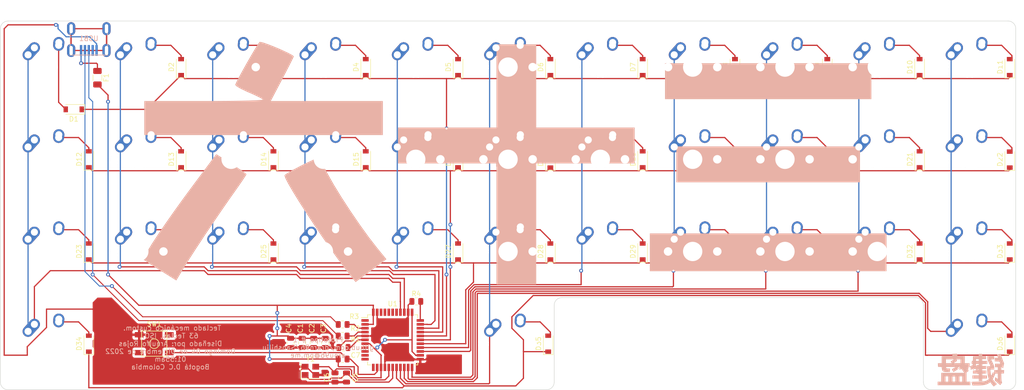
<source format=kicad_pcb>
(kicad_pcb (version 20211014) (generator pcbnew)
  (layers (0 "F.Cu" signal) (31 "B.Cu" signal) (34 "B.Paste" user) (35 "F.Paste" user) (36 "B.SilkS" user "B.Silkscreen") (37 "F.SilkS" user "F.Silkscreen") (38 "B.Mask" user) (39 "F.Mask" user) (44 "Edge.Cuts" user))
  (net 0 "")
  (net 1 "+5V")
  (net 2 "GND")
  (net 3 "Net-(C5-Pad2)")
  (net 4 "Net-(C6-Pad2)")
  (net 5 "Net-(C7-Pad1)")
  (net 6 "/ROW0")
  (net 7 "Net-(D1-Pad2)")
  (net 8 "Net-(D2-Pad2)")
  (net 9 "Net-(D3-Pad2)")
  (net 10 "Net-(D4-Pad2)")
  (net 11 "Net-(D5-Pad2)")
  (net 12 "Net-(D6-Pad2)")
  (net 13 "Net-(D7-Pad2)")
  (net 14 "Net-(D8-Pad2)")
  (net 15 "Net-(D9-Pad2)")
  (net 16 "Net-(D10-Pad2)")
  (net 17 "Net-(D11-Pad2)")
  (net 18 "/ROW1")
  (net 19 "Net-(D12-Pad2)")
  (net 20 "Net-(D13-Pad2)")
  (net 21 "Net-(D14-Pad2)")
  (net 22 "Net-(D15-Pad2)")
  (net 23 "Net-(D16-Pad2)")
  (net 24 "Net-(D17-Pad2)")
  (net 25 "Net-(D18-Pad2)")
  (net 26 "Net-(D19-Pad2)")
  (net 27 "Net-(D20-Pad2)")
  (net 28 "Net-(D21-Pad2)")
  (net 29 "Net-(D22-Pad2)")
  (net 30 "/ROW2")
  (net 31 "Net-(D23-Pad2)")
  (net 32 "Net-(D24-Pad2)")
  (net 33 "Net-(D25-Pad2)")
  (net 34 "Net-(D26-Pad2)")
  (net 35 "Net-(D27-Pad2)")
  (net 36 "Net-(D28-Pad2)")
  (net 37 "Net-(D29-Pad2)")
  (net 38 "Net-(D30-Pad2)")
  (net 39 "Net-(D31-Pad2)")
  (net 40 "Net-(D32-Pad2)")
  (net 41 "Net-(D33-Pad2)")
  (net 42 "/ROW3")
  (net 43 "Net-(D34-Pad2)")
  (net 44 "Net-(D35-Pad2)")
  (net 45 "Net-(D36-Pad2)")
  (net 46 "VCC")
  (net 47 "/COL0")
  (net 48 "/COL1")
  (net 49 "/COL2")
  (net 50 "/COL3")
  (net 51 "/COL4")
  (net 52 "/COL5")
  (net 53 "/COL6")
  (net 54 "/COL7")
  (net 55 "/COL8")
  (net 56 "/COL9")
  (net 57 "/COL10")
  (net 58 "Net-(R1-Pad2)")
  (net 59 "/D+")
  (net 60 "Net-(R2-Pad2)")
  (net 61 "/D-")
  (net 62 "Net-(R3-Pad2)")
  (net 63 "Net-(R4-Pad1)")
  (net 70 "unconnected-(USB1-Pad6)")
  (footprint "MX_Alps_Hybrid:MX-1U-NoLED" (layer "F.Cu") (at 27.78125 88.10625)
    (fp_text reference "MX34")
    (fp_text value "MX-NoLED")
  )
  (footprint "MX_Alps_Hybrid:MX-1U-NoLED" (layer "F.Cu") (at 142.08125 69.05625)
    (fp_text reference "MX29")
    (fp_text value "MX-NoLED")
  )
  (footprint "Diode_SMD:D_SOD-123" (layer "F.Cu") (at 93.6625 50.00625 90)
    (fp_text reference "D15")
    (fp_text value "D_Small")
  )
  (footprint "MX_Alps_Hybrid:MX-1U-NoLED" (layer "F.Cu") (at 123.03125 50.00625)
    (fp_text reference "MX17")
    (fp_text value "MX-NoLED")
  )
  (footprint "Diode_SMD:D_SOD-123" (layer "F.Cu") (at 93.6625 30.95625 90)
    (fp_text reference "D4")
    (fp_text value "D_Small")
  )
  (footprint "Diode_SMD:D_SOD-123" (layer "F.Cu") (at 33.4 39.6875 180)
    (fp_text reference "D1")
    (fp_text value "D_Small")
  )
  (footprint "MX_Alps_Hybrid:MX-1U-NoLED" (layer "F.Cu") (at 161.13125 30.95625)
    (fp_text reference "MX8")
    (fp_text value "MX-NoLED")
  )
  (footprint "Resistor_SMD:R_0805_2012Metric" (layer "F.Cu") (at 88.9 84.1375)
    (fp_text reference "R3")
    (fp_text value "22")
  )
  (footprint "Diode_SMD:D_SOD-123" (layer "F.Cu") (at 150.8125 30.95625 90)
    (fp_text reference "D7")
    (fp_text value "D_Small")
  )
  (footprint "MX_Alps_Hybrid:MX-1U-NoLED" (layer "F.Cu") (at 161.13125 50.00625)
    (fp_text reference "MX19")
    (fp_text value "MX-NoLED")
  )
  (footprint "MX_Alps_Hybrid:MX-1U-NoLED" (layer "F.Cu") (at 46.83125 50.00625)
    (fp_text reference "MX13")
    (fp_text value "MX-NoLED")
  )
  (footprint "MX_Alps_Hybrid:MX-1U-NoLED" (layer "F.Cu") (at 65.88125 30.95625)
    (fp_text reference "MX3")
    (fp_text value "MX-NoLED")
  )
  (footprint "Diode_SMD:D_SOD-123" (layer "F.Cu") (at 169.8625 30.95625 90)
    (fp_text reference "D8")
    (fp_text value "D_Small")
  )
  (footprint "Diode_SMD:D_SOD-123" (layer "F.Cu") (at 207.9625 69.05625 90)
    (fp_text reference "D32")
    (fp_text value "D_Small")
  )
  (footprint "Diode_SMD:D_SOD-123" (layer "F.Cu") (at 36.5125 69.05625 90)
    (fp_text reference "D23")
    (fp_text value "D_Small")
  )
  (footprint "Diode_SMD:D_SOD-123" (layer "F.Cu") (at 112.7125 30.95625 90)
    (fp_text reference "D5")
    (fp_text value "D_Small")
  )
  (footprint "Diode_SMD:D_SOD-123" (layer "F.Cu") (at 131.7625 30.95625 90)
    (fp_text reference "D6")
    (fp_text value "D_Small")
  )
  (footprint "Capacitor_SMD:C_0805_2012Metric" (layer "F.Cu") (at 82.916875 87.95 -90)
    (fp_text reference "C2")
    (fp_text value "0.1uF")
  )
  (footprint "Diode_SMD:D_SOD-123" (layer "F.Cu") (at 55.5625 69.05625 90)
    (fp_text reference "D24")
    (fp_text value "D_Small")
  )
  (footprint "Diode_SMD:D_SOD-123" (layer "F.Cu") (at 55.5625 50.00625 90)
    (fp_text reference "D13")
    (fp_text value "D_Small")
  )
  (footprint "Diode_SMD:D_SOD-123" (layer "F.Cu") (at 169.8625 69.05625 90)
    (fp_text reference "D30")
    (fp_text value "D_Small")
  )
  (footprint "Diode_SMD:D_SOD-123" (layer "F.Cu") (at 74.6125 30.95625 90)
    (fp_text reference "D3")
    (fp_text value "D_Small")
  )
  (footprint "MX_Alps_Hybrid:MX-1U-NoLED" (layer "F.Cu") (at 218.28125 88.10625)
    (fp_text reference "MX36")
    (fp_text value "MX-NoLED")
  )
  (footprint "MX_Alps_Hybrid:MX-1U-NoLED" (layer "F.Cu") (at 46.83125 30.95625)
    (fp_text reference "MX2")
    (fp_text value "MX-NoLED")
  )
  (footprint "Fuse:Fuse_1206_3216Metric" (layer "F.Cu") (at 38.2875 33.15 -90)
    (fp_text reference "F1")
    (fp_text value "Polyfuse_Small")
  )
  (footprint "Capacitor_SMD:C_0805_2012Metric" (layer "F.Cu") (at 78.154375 87.95 -90)
    (fp_text reference "C4")
    (fp_text value "0.1uF")
  )
  (footprint "Diode_SMD:D_SOD-123" (layer "F.Cu") (at 150.8125 50.00625 90)
    (fp_text reference "D18")
    (fp_text value "D_Small")
  )
  (footprint "MX_Alps_Hybrid:MX-1U-NoLED" (layer "F.Cu") (at 142.08125 30.95625)
    (fp_text reference "MX7")
    (fp_text value "MX-NoLED")
  )
  (footprint "MX_Alps_Hybrid:MX-1U-NoLED" (layer "F.Cu") (at 27.78125 69.05625)
    (fp_text reference "MX23")
    (fp_text value "MX-NoLED")
  )
  (footprint "random-keyboard-parts:SKQG-1155865" (layer "F.Cu") (at 50.00625 88.10625 180)
    (fp_text reference "SW1")
    (fp_text value "SW_Push")
  )
  (footprint "Diode_SMD:D_SOD-123" (layer "F.Cu") (at 112.7125 50.00625 90)
    (fp_text reference "D16")
    (fp_text value "D_Small")
  )
  (footprint "MX_Alps_Hybrid:MX-1U-NoLED" (layer "F.Cu") (at 199.23125 50.00625)
    (fp_text reference "MX21")
    (fp_text value "MX-NoLED")
  )
  (footprint "Diode_SMD:D_SOD-123" (layer "F.Cu") (at 188.9125 50.00625 90)
    (fp_text reference "D20")
    (fp_text value "D_Small")
  )
  (footprint "MX_Alps_Hybrid:MX-1U-NoLED" (layer "F.Cu") (at 84.93125 69.05625)
    (fp_text reference "MX26")
    (fp_text value "MX-NoLED")
  )
  (footprint "MX_Alps_Hybrid:MX-1U-NoLED" (layer "F.Cu") (at 103.98125 69.05625)
    (fp_text reference "MX27")
    (fp_text value "MX-NoLED")
  )
  (footprint "Capacitor_SMD:C_0805_2012Metric" (layer "F.Cu") (at 80.535625 87.95 -90)
    (fp_text reference "C1")
    (fp_text value "0.1uF")
  )
  (footprint "MX_Alps_Hybrid:MX-1U-NoLED" (layer "F.Cu") (at 84.93125 30.95625)
    (fp_text reference "MX4")
    (fp_text value "MX-NoLED")
  )
  (footprint "Diode_SMD:D_SOD-123" (layer "F.Cu") (at 74.6125 50.00625 90)
    (fp_text reference "D14")
    (fp_text value "D_Small")
  )
  (footprint "Resistor_SMD:R_0805_2012Metric" (layer "F.Cu") (at 88.9 86.51875)
    (fp_text reference "R2")
    (fp_text value "22")
  )
  (footprint "Diode_SMD:D_SOD-123" (layer "F.Cu") (at 169.8625 50.00625 90)
    (fp_text reference "D19")
    (fp_text value "D_Small")
  )
  (footprint "Capacitor_SMD:C_0805_2012Metric" (layer "F.Cu") (at 89.05625 88.9 180)
    (fp_text reference "C7")
    (fp_text value "1uF")
  )
  (footprint "MX_Alps_Hybrid:MX-1U-NoLED" (layer "F.Cu") (at 27.78125 30.95625)
    (fp_text reference "MX1")
    (fp_text value "MX-NoLED")
  )
  (footprint "MX_Alps_Hybrid:MX-1U-NoLED" (layer "F.Cu") (at 103.98125 30.95625)
    (fp_text reference "MX5")
    (fp_text value "MX-NoLED")
  )
  (footprint "Diode_SMD:D_SOD-123" (layer "F.Cu") (at 131.318 88.10625 90)
    (fp_text reference "D35")
    (fp_text value "D_Small")
  )
  (footprint "Diode_SMD:D_SOD-123" (layer "F.Cu") (at 188.9125 30.95625 90)
    (fp_text reference "D9")
    (fp_text value "D_Small")
  )
  (footprint "Diode_SMD:D_SOD-123" (layer "F.Cu") (at 74.6125 69.05625 90)
    (fp_text reference "D25")
    (fp_text value "D_Small")
  )
  (footprint "Diode_SMD:D_SOD-123" (layer "F.Cu") (at 131.7625 69.05625 90)
    (fp_text reference "D28")
    (fp_text value "D_Small")
  )
  (footprint "MX_Alps_Hybrid:MX-1U-NoLED" (layer "F.Cu") (at 65.88125 69.05625)
    (fp_text reference "MX25")
    (fp_text value "MX-NoLED")
  )
  (footprint "MX_Alps_Hybrid:MX-1U-NoLED" (layer "F.Cu") (at 218.28125 69.05625)
    (fp_text reference "MX33")
    (fp_text value "MX-NoLED")
  )
  (footprint "Package_QFP:TQFP-44_10x10mm_P0.8mm" (layer "F.Cu") (at 99.21875 87.3125)
    (fp_text reference "U1")
    (fp_text value "ATmega32U4-A")
  )
  (footprint "MX_Alps_Hybrid:MX-1U-NoLED" (layer "F.Cu") (at 218.28125 50.00625)
    (fp_text reference "MX22")
    (fp_text value "MX-NoLED")
  )
  (footprint "MX_Alps_Hybrid:MX-1U-NoLED" (layer "F.Cu") (at 142.08125 50.00625)
    (fp_text reference "MX18")
    (fp_text value "MX-NoLED")
  )
  (footprint "Diode_SMD:D_SOD-123" (layer "F.Cu") (at 131.7625 50.06875 90)
    (fp_text reference "D17")
    (fp_text value "D_Small")
  )
  (footprint "MX_Alps_Hybrid:MX-1U-NoLED" (layer "F.Cu") (at 180.18125 69.05625)
    (fp_text reference "MX31")
    (fp_text value "MX-NoLED")
  )
  (footprint "Diode_SMD:D_SOD-123" (layer "F.Cu") (at 226.568 50.06875 90)
    (fp_text reference "D22")
    (fp_text value "D_Small")
  )
  (footprint "Capacitor_SMD:C_0805_2012Metric" (layer "F.Cu") (at 87.3125 95.09375 90)
    (fp_text reference "C6")
    (fp_text value "22pF")
  )
  (footprint "MX_Alps_Hybrid:MX-1U-NoLED" (layer "F.Cu") (at 161.13125 69.05625)
    (fp_text reference "MX30")
    (fp_text value "MX-NoLED")
  )
  (footprint "MX_Alps_Hybrid:MX-1U-NoLED" (layer "F.Cu") (at 123.03125 69.05625)
    (fp_text reference "MX28")
    (fp_text value "MX-NoLED")
  )
  (footprint "Diode_SMD:D_SOD-123" (layer "F.Cu") (at 188.9125 69.05625 90)
    (fp_text reference "D31")
    (fp_text value "D_Small")
  )
  (footprint "Diode_SMD:D_SOD-123" (layer "F.Cu") (at 226.568 69.05625 90)
    (fp_text reference "D33")
    (fp_text value "D_Small")
  )
  (footprint "Diode_SMD:D_SOD-123" (layer "F.Cu") (at 226.568 88.10625 90)
    (fp_text reference "D36")
    (fp_text value "D_Small")
  )
  (footprint "MX_Alps_Hybrid:MX-1U-NoLED" (layer "F.Cu") (at 180.18125 50.00625)
    (fp_text reference "MX20")
    (fp_text value "MX-NoLED")
  )
  (footprint "Diode_SMD:D_SOD-123" (layer "F.Cu") (at 36.5125 88.10625 90)
    (fp_text reference "D34")
    (fp_text value "D_Small")
  )
  (footprint "MX_Alps_Hybrid:MX-1U-NoLED" (layer "F.Cu") (at 199.23125 69.05625)
    (fp_text reference "MX32")
    (fp_text value "MX-NoLED")
  )
  (footprint "Diode_SMD:D_SOD-123" (layer "F.Cu") (at 112.7125 69.05625 90)
    (fp_text reference "D27")
    (fp_text value "D_Small")
  )
  (footprint "MX_Alps_Hybrid:MX-1U-NoLED" (layer "F.Cu") (at 27.78125 50.00625)
    (fp_text reference "MX12")
    (fp_text value "MX-NoLED")
  )
  (footprint "Resistor_SMD:R_0805_2012Metric" (layer "F.Cu") (at 88.9 91.28125)
    (fp_text reference "R1")
    (fp_text value "10k")
  )
  (footprint "Capacitor_SMD:C_0805_2012Metric" (layer "F.Cu") (at 85.298125 87.95 -90)
    (fp_text reference "C3")
    (fp_text value "0.1uF")
  )
  (footprint "MX_Alps_Hybrid:MX-1U-NoLED" (layer "F.Cu") (at 123.03125 30.95625)
    (fp_text reference "MX6")
    (fp_text value "MX-NoLED")
  )
  (footprint "MX_Alps_Hybrid:MX-1U-NoLED" (layer "F.Cu") (at 103.98125 50.00625)
    (fp_text reference "MX16")
    (fp_text value "MX-NoLED")
  )
  (footprint "MX_Alps_Hybrid:MX-1U-NoLED" (layer "F.Cu") (at 46.83125 69.05625)
    (fp_text reference "MX24")
    (fp_text value "MX-NoLED")
  )
  (footprint "Diode_SMD:D_SOD-123" (layer "F.Cu") (at 207.9625 30.95625 90)
    (fp_text reference "D10")
    (fp_text value "D_Small")
  )
  (footprint "MX_Alps_Hybrid:MX-1U-NoLED" (layer "F.Cu") (at 123.03125 88.10625)
    (fp_text reference "MX35")
    (fp_text value "MX-NoLED")
  )
  (footprint "Diode_SMD:D_SOD-123" (layer "F.Cu") (at 207.9625 50.00625 90)
    (fp_text reference "D21")
    (fp_text value "D_Small")
  )
  (footprint "Diode_SMD:D_SOD-123" (layer "F.Cu") (at 150.8125 69.05625 90)
    (fp_text reference "D29")
    (fp_text value "D_Small")
  )
  (footprint "Diode_SMD:D_SOD-123" (layer "F.Cu") (at 226.568 30.95625 90)
    (fp_text reference "D11")
    (fp_text value "D_Small")
  )
  (footprint "MX_Alps_Hybrid:MX-1U-NoLED" (layer "F.Cu") (at 84.93125 50.00625)
    (fp_text reference "MX15")
    (fp_text value "MX-NoLED")
  )
  (footprint "Crystal:Crystal_SMD_3225-4Pin_3.2x2.5mm" (layer "F.Cu") (at 82.24375 93.71875)
    (fp_text reference "Y1")
    (fp_text value "16MHz")
  )
  (footprint "Diode_SMD:D_SOD-123" (layer "F.Cu") (at 55.5625 30.95625 90)
    (fp_text reference "D2")
    (fp_text value "D_Small")
  )
  (footprint "Diode_SMD:D_SOD-123" (layer "F.Cu") (at 93.6625 69.05625 90)
    (fp_text reference "D26")
    (fp_text value "D_Small")
  )
  (footprint "Resistor_SMD:R_0805_2012Metric" (layer "F.Cu") (at 104.1 79.375 180)
    (fp_text reference "R4")
    (fp_text value "10k")
  )
  (footprint "MX_Alps_Hybrid:MX-1U-NoLED" (layer "F.Cu") (at 199.23125 30.95625)
    (fp_text reference "MX10")
    (fp_text value "MX-NoLED")
  )
  (footprint "MX_Alps_Hybrid:MX-1U-NoLED" (layer "F.Cu") (at 65.88125 50.00625)
    (fp_text reference "MX14")
    (fp_text value "MX-NoLED")
  )
  (footprint "MX_Alps_Hybrid:MX-1U-NoLED" (layer "F.Cu") (at 218.28125 30.95625)
    (fp_text reference "MX11")
    (fp_text value "MX-NoLED")
  )
  (footprint "MX_Alps_Hybrid:MX-1U-NoLED" (layer "F.Cu") (at 180.18125 30.95625)
    (fp_text reference "MX9")
    (fp_text value "MX-NoLED")
  )
  (footprint "Diode_SMD:D_SOD-123" (layer "F.Cu") (at 36.5125 50.00625 90)
    (fp_text reference "D12")
    (fp_text value "D_Small")
  )
  (footprint "Capacitor_SMD:C_0805_2012Metric" (layer "F.Cu") (at 89.69375 95.09375 90)
    (fp_text reference "C5")
    (fp_text value "22pF")
  )
  (footprint "Silk printing designs:keyboard design" (layer "B.Cu") (at 218.44 93.5 180)
    (fp_text reference "G***")
    (fp_text value "LOGO" hide)
  )
  (footprint "random-keyboard-parts:Molex-0548190589" (layer "B.Cu") (at 36.5125 23.01875 -90)
    (fp_text reference "USB1")
    (fp_text value "Molex-0548190589")
  )
  (footprint "Silk printing designs:sanshiliu design" (layer "B.Cu") (at 119.466874 50.863974 180)
    (fp_text reference "G***")
    (fp_text value "LOGO" hide)
  )
  (gr_arc (start 227.80625 96.04375) (mid 227.341282 97.166282) (end 226.21875 97.63125) (layer "Edge.Cuts") (width 0.1))
  (gr_arc (start 19.84375 97.63125) (mid 18.721218 97.166282) (end 18.25625 96.04375) (layer "Edge.Cuts") (width 0.1))
  (gr_line (start 227.80625 23.01875) (end 227.80625 96.04375) (layer "Edge.Cuts") (width 0.1))
  (gr_arc (start 210.34375 97.63125) (mid 209.221218 97.166282) (end 208.75625 96.04375) (layer "Edge.Cuts") (width 0.1))
  (gr_line (start 19.84375 21.43125) (end 226.21875 21.43125) (layer "Edge.Cuts") (width 0.1))
  (gr_line (start 18.25625 96.04375) (end 18.25625 23.01875) (layer "Edge.Cuts") (width 0.1))
  (gr_arc (start 207.16875 78.58125) (mid 208.291282 79.046218) (end 208.75625 80.16875) (layer "Edge.Cuts") (width 0.1))
  (gr_line (start 208.75625 96.04375) (end 208.75625 80.16875) (layer "Edge.Cuts") (width 0.1))
  (gr_arc (start 226.21875 21.43125) (mid 227.341282 21.896218) (end 227.80625 23.01875) (layer "Edge.Cuts") (width 0.1))
  (gr_arc (start 132.55625 80.16875) (mid 133.021218 79.046218) (end 134.14375 78.58125) (layer "Edge.Cuts") (width 0.1))
  (gr_line (start 226.21875 97.63125) (end 210.34375 97.63125) (layer "Edge.Cuts") (width 0.1))
  (gr_line (start 130.96875 97.63125) (end 19.84375 97.63125) (layer "Edge.Cuts") (width 0.1))
  (gr_arc (start 18.25625 23.01875) (mid 18.721218 21.896218) (end 19.84375 21.43125) (layer "Edge.Cuts") (width 0.1))
  (gr_line (start 132.55625 80.16875) (end 132.55625 96.04375) (layer "Edge.Cuts") (width 0.1))
  (gr_line (start 207.16875 78.58125) (end 134.14375 78.58125) (layer "Edge.Cuts") (width 0.1))
  (gr_arc (start 132.55625 96.04375) (mid 132.091282 97.166282) (end 130.96875 97.63125) (layer "Edge.Cuts") (width 0.1))
  (gr_text "Teclado mecánico custom. \n63 Teclas, ISO.\nDiseñado por: Arnulfo Rojas\nDomingo 04 de Diciembre de 2022\n01:55am\nBogotá D.C Colombia" (at 53.34 88.9) (layer "B.SilkS") (effects (font (size 1 1)) (justify mirror)))
  (gr_text "Prototipo # 1\ngithub.com/drarn96/Sanshiliu\narnu96@pm.me" (at 83.82 88.9) (layer "B.SilkS") (effects (font (size 1 1)) (justify mirror)))
  (segment (start 103.95625 90.4625) (end 103.95625 90.5125) (width 0.25) (layer "F.Cu") (net 1))
  (segment (start 96.8375 95.14375) (end 96.81875 95.125) (width 0.25) (layer "F.Cu") (net 1))
  (segment (start 95.225 84.1125) (end 93.51875 84.1125) (width 0.25) (layer "F.Cu") (net 1))
  (segment (start 87.9875 91.28125) (end 87.9875 92.75) (width 0.25) (layer "F.Cu") (net 1))
  (segment (start 95.25 80.16875) (end 95.21875 80.2) (width 0.25) (layer "F.Cu") (net 1))
  (segment (start 95.646875 89.296875) (end 96.8625 90.5125) (width 0.25) (layer "F.Cu") (net 1))
  (segment (start 88.10625 92.86875) (end 91.28125 92.86875) (width 0.25) (layer "F.Cu") (net 1))
  (segment (start 40.48125 73.81875) (end 46.83125 80.16875) (width 0.25) (layer "F.Cu") (net 1))
  (segment (start 40.48125 36.74375) (end 40.48125 38.1) (width 0.25) (layer "F.Cu") (net 1))
  (segment (start 96.81875 93.0125) (end 96.81875 90.50625) (width 0.25) (layer "F.Cu") (net 1))
  (segment (start 93.51875 88.1125) (end 94.4625 88.1125) (width 0.25) (layer "F.Cu") (net 1))
  (segment (start 96.81875 95.125) (end 96.81875 93.0125) (width 0.25) (layer "F.Cu") (net 1))
  (segment (start 95.21875 81.6125) (end 95.21875 84.10625) (width 0.25) (layer "F.Cu") (net 1))
  (segment (start 77.673125 86.51875) (end 78.154375 87) (width 0.25) (layer "F.Cu") (net 1))
  (segment (start 38.2875 34.55) (end 40.48125 36.74375) (width 0.25) (layer "F.Cu") (net 1))
  (segment (start 85.298125 87) (end 82.916875 87) (width 0.25) (layer "F.Cu") (net 1))
  (segment (start 96.81875 90.50625) (end 96.8375 90.4875) (width 0.25) (layer "F.Cu") (net 1))
  (segment (start 87.9875 92.75) (end 88.10625 92.86875) (width 0.25) (layer "F.Cu") (net 1))
  (segment (start 95.21875 84.10625) (end 95.225 84.1125) (width 0.25) (layer "F.Cu") (net 1))
  (segment (start 97.63125 87.3125) (end 103.1875 87.3125) (width 0.25) (layer "F.Cu") (net 1))
  (segment (start 75.40625 81.75625) (end 75.40625 80.16875) (width 0.25) (layer "F.Cu") (net 1))
  (segment (start 92.067646 95.14375) (end 96.8375 95.14375) (width 0.25) (layer "F.Cu") (net 1))
  (segment (start 95.21875 80.2) (end 95.21875 81.6125) (width 0.25) (layer "F.Cu") (net 1))
  (segment (start 80.535625 87) (end 78.154375 87) (width 0.25) (layer "F.Cu") (net 1))
  (segment (start 91.28125 94.357354) (end 92.067646 95.14375) (width 0.25) (layer "F.Cu") (net 1))
  (segment (start 75.40625 86.51875) (end 77.673125 86.51875) (width 0.25) (layer "F.Cu") (net 1))
  (segment (start 87.9875 91.28125) (end 73.81875 91.28125) (width 0.25) (layer "F.Cu") (net 1))
  (segment (start 103.1875 87.3125) (end 103.21875 87.34375) (width 0.25) (layer "F.Cu") (net 1))
  (segment (start 46.83125 80.16875) (end 95.25 80.16875) (width 0.25) (layer "F.Cu") (net 1))
  (segment (start 103.21875 87.34375) (end 103.21875 89.725) (width 0.25) (layer "F.Cu") (net 1))
  (segment (start 75.40625 86.51875) (end 75.40625 84.93125) (width 0.25) (layer "F.Cu") (net 1))
  (segment (start 95.646875 89.296875) (end 96.04375 88.9) (width 0.25) (layer "F.Cu") (net 1))
  (segment (start 82.916875 87) (end 80.535625 87) (width 0.25) (layer "F.Cu") (net 1))
  (segment (start 94.4625 88.1125) (end 95.646875 89.296875) (width 0.25) (layer "F.Cu") (net 1))
  (segment (start 96.8375 90.4875) (end 96.8625 90.5125) (width 0.25) (layer "F.Cu") (net 1))
  (segment (start 103.95625 90.5125) (end 104.91875 90.5125) (width 0.25) (layer "F.Cu") (net 1))
  (segment (start 91.28125 92.86875) (end 91.28125 94.357354) (width 0.25) (layer "F.Cu") (net 1))
  (segment (start 103.21875 89.725) (end 103.95625 90.4625) (width 0.25) (layer "F.Cu") (net 1))
  (segment (start 103.21875 81.6125) (end 103.21875 87.34375) (width 0.25) (layer "F.Cu") (net 1))
  (segment (start 73.81875 86.51875) (end 75.40625 86.51875) (width 0.25) (layer "F.Cu") (net 1))
  (via (at 97.63125 87.3125) (size 0.8) (drill 0.4) (layers "F.Cu" "B.Cu") (net 1))
  (via (at 73.81875 91.28125) (size 0.8) (drill 0.4) (layers "F.Cu" "B.Cu") (net 1))
  (via (at 75.40625 81.75625) (size 0.8) (drill 0.4) (layers "F.Cu" "B.Cu") (net 1))
  (via (at 96.04375 88.9) (size 0.8) (drill 0.4) (layers "F.Cu" "B.Cu") (net 1))
  (via (at 75.40625 84.93125) (size 0.8) (drill 0.4) (layers "F.Cu" "B.Cu") (net 1))
  (via (at 73.81875 86.51875) (size 0.8) (drill 0.4) (layers "F.Cu" "B.Cu") (net 1))
  (via (at 40.48125 38.1) (size 0.8) (drill 0.4) (layers "F.Cu" "B.Cu") (net 1))
  (via (at 40.48125 73.81875) (size 0.8) (drill 0.4) (layers "F.Cu" "B.Cu") (net 1))
  (segment (start 73.81875 91.28125) (end 73.81875 86.51875) (width 0.25) (layer "B.Cu") (net 1))
  (segment (start 40.48125 38.1) (end 40.48125 73.81875) (width 0.25) (layer "B.Cu") (net 1))
  (segment (start 75.40625 84.93125) (end 75.40625 81.75625) (width 0.25) (layer "B.Cu") (net 1))
  (segment (start 96.04375 88.9) (end 97.63125 87.3125) (width 0.25) (layer "B.Cu") (net 1))
  (segment (start 80.11875 93.7125) (end 80.9625 92.86875) (width 0.25) (layer "F.Cu") (net 2))
  (segment (start 104.91875 91.3125) (end 97.6625 91.3125) (width 0.25) (layer "F.Cu") (net 2))
  (segment (start 96.04375 83.34375) (end 96.01875 83.31875) (width 0.25) (layer "F.Cu") (net 2))
  (segment (start 19.84375 22.225) (end 19.05 23.01875) (width 0.25) (layer "F.Cu") (net 2))
  (segment (start 78.154375 88.9) (end 80.535625 88.9) (width 0.25) (layer "F.Cu") (net 2))
  (segment (start 42.8625 86.51875) (end 42.8625 92.075) (width 0.25) (layer "F.Cu") (net 2))
  (segment (start 60.325 88.9) (end 55.5625 84.1375) (width 0.25) (layer "F.Cu") (net 2))
  (segment (start 96.04375 85.725) (end 95.25 86.51875) (width 0.25) (layer "F.Cu") (net 2))
  (segment (start 43.65625 92.86875) (end 81.14375 92.86875) (width 0.25) (layer "F.Cu") (net 2))
  (segment (start 81.14375 92.86875) (end 81.39375 92.86875) (width 0.25) (layer "F.Cu") (net 2))
  (segment (start 102.41875 82.525) (end 101.6 83.34375) (width 0.25) (layer "F.Cu") (net 2))
  (segment (start 80.535625 88.9) (end 82.916875 88.9) (width 0.25) (layer "F.Cu") (net 2))
  (segment (start 23.8125 88.724867) (end 27.78125 84.756117) (width 0.25) (layer "F.Cu") (net 2))
  (segment (start 29.730451 22.225) (end 19.84375 22.225) (width 0.25) (layer "F.Cu") (net 2))
  (segment (start 102.41875 81.6125) (end 102.41875 82.525) (width 0.25) (layer "F.Cu") (net 2))
  (segment (start 91.923896 86.5125) (end 90.892646 87.54375) (width 0.25) (layer "F.Cu") (net 2))
  (segment (start 42.6 86.25625) (end 42.8625 86.51875) (width 0.25) (layer "F.Cu") (net 2))
  (segment (start 19.05 90.4875) (end 23.8125 90.4875) (width 0.25) (layer "F.Cu") (net 2))
  (segment (start 88.10625 88.9) (end 60.325 88.9) (width 0.25) (layer "F.Cu") (net 2))
  (segment (start 80.9625 92.86875) (end 81.14375 92.86875) (width 0.25) (layer "F.Cu") (net 2))
  (segment (start 89.4625 87.54375) (end 88.10625 88.9) (width 0.25) (layer "F.Cu") (net 2))
  (segment (start 89.69375 96.04375) (end 87.3125 96.04375) (width 0.25) (layer "F.Cu") (net 2))
  (segment (start 83.09375 94.56875) (end 83.34375 94.56875) (width 0.25) (layer "F.Cu") (net 2))
  (segment (start 102.41875 80.14375) (end 102.41875 81.6125) (width 0.25) (layer "F.Cu") (net 2))
  (segment (start 27.78125 80.9625) (end 37.30625 80.9625) (width 0.25) (layer "F.Cu") (net 2))
  (segment (start 97.61875 91.29375) (end 97.61875 93.0125) (width 0.25) (layer "F.Cu") (net 2))
  (segment (start 101.6 83.34375) (end 96.04375 83.34375) (width 0.25) (layer "F.Cu") (net 2))
  (segment (start 95.25 86.51875) (end 97.63125 88.9) (width 0.25) (layer "F.Cu") (net 2))
  (segment (start 93.51875 86.5125) (end 91.923896 86.5125) (width 0.25) (layer "F.Cu") (net 2))
  (segment (start 90.892646 87.54375) (end 89.4625 87.54375) (width 0.25) (layer "F.Cu") (net 2))
  (segment (start 19.05 23.01875) (end 19.05 90.4875) (width 0.25) (layer "F.Cu") (net 2))
  (segment (start 97.63125 91.28125) (end 97.61875 91.29375) (width 0.25) (layer "F.Cu") (net 2))
  (segment (start 95.24375 86.5125) (end 93.51875 86.5125) (width 0.25) (layer "F.Cu") (net 2))
  (segment (start 80.66875 96.04375) (end 80.11875 95.49375) (width 0.25) (layer "F.Cu") (net 2))
  (segment (start 42.8625 92.075) (end 43.65625 92.86875) (width 0.25) (layer "F.Cu") (net 2))
  (segment (start 97.63125 88.9) (end 97.63125 91.28125) (width 0.25) (layer "F.Cu") (net 2))
  (segment (start 103.1875 79.375) (end 102.41875 80.14375) (width 0.25) (layer "F.Cu") (net 2))
  (segment (start 81.39375 92.86875) (end 83.09375 94.56875) (width 0.25) (layer "F.Cu") (net 2))
  (segment (start 95.25 86.51875) (end 95.24375 86.5125) (width 0.25) (layer "F.Cu") (net 2))
  (segment (start 96.01875 83.31875) (end 96.01875 81.6125) (width 0.25) (layer "F.Cu") (net 2))
  (segment (start 27.78125 84.756117) (end 27.78125 80.9625) (width 0.25) (layer "F.Cu") (net 2))
  (segment (start 96.04375 83.34375) (end 96.04375 85.725) (width 0.25) (layer "F.Cu") (net 2))
  (segment (start 42.6 86.25625) (end 46.90625 86.25625) (width 0.25) (layer "F.Cu") (net 2))
  (segment (start 23.8125 90.4875) (end 23.8125 88.724867) (width 0.25) (layer "F.Cu") (net 2))
  (segment (start 49.025 84.1375) (end 46.90625 86.25625) (width 0.25) (layer "F.Cu") (net 2))
  (segment (start 87.3125 96.04375) (end 80.66875 96.04375) (width 0.25) (layer "F.Cu") (net 2))
  (segment (start 80.11875 95.49375) (end 80.11875 93.7125) (width 0.25) (layer "F.Cu") (net 2))
  (segment (start 55.5625 84.1375) (end 49.025 84.1375) (width 0.25) (layer "F.Cu") (net 2))
  (segment (start 37.30625 80.9625) (end 42.6 86.25625) (width 0.25) (layer "F.Cu") (net 2))
  (segment (start 97.6625 91.3125) (end 97.63125 91.28125) (width 0.25) (layer "F.Cu") (net 2))
  (via (at 29.730451 22.225) (size 0.8) (drill 0.4) (layers "F.Cu" "B.Cu") (net 2))
  (segment (start 36.6625 24.69375) (end 31.8375 24.69375) (width 0.25) (layer "B.Cu") (net 2))
  (segment (start 30.1625 22.225) (end 29.730451 22.225) (width 0.25) (layer "B.Cu") (net 2))
  (segment (start 30.1625 23.01875) (end 30.1625 22.225) (width 0.25) (layer "B.Cu") (net 2))
  (segment (start 38.1125 27.51875) (end 38.1125 26.14375) (width 0.25) (layer "B.Cu") (net 2))
  (segment (start 38.1125 26.14375) (end 36.6625 24.69375) (width 0.25) (layer "B.Cu") (net 2))
  (segment (start 31.8375 24.69375) (end 30.1625 23.01875) (width 0.25) (layer "B.Cu") (net 2))
  (segment (start 91.59375 96.04375) (end 98.425 96.04375) (width 0.25) (layer "F.Cu") (net 3))
  (segment (start 88.61875 95.21875) (end 89.69375 94.14375) (width 0.25) (layer "F.Cu") (net 3))
  (segment (start 98.425 96.04375) (end 99.21875 95.25) (width 0.25) (layer "F.Cu") (net 3))
  (segment (start 86.55 95.21875) (end 88.61875 95.21875) (width 0.25) (layer "F.Cu") (net 3))
  (segment (start 81.14375 94.56875) (end 82.06875 95.49375) (width 0.25) (layer "F.Cu") (net 3))
  (segment (start 99.21875 95.25) (end 99.21875 93.0125) (width 0.25) (layer "F.Cu") (net 3))
  (segment (start 82.06875 95.49375) (end 86.275 95.49375) (width 0.25) (layer "F.Cu") (net 3))
  (segment (start 89.69375 94.14375) (end 91.59375 96.04375) (width 0.25) (layer "F.Cu") (net 3))
  (segment (start 86.275 95.49375) (end 86.55 95.21875) (width 0.25) (layer "F.Cu") (net 3))
  (segment (start 87.3125 93.6625) (end 87.65625 93.31875) (width 0.25) (layer "F.Cu") (net 4))
  (segment (start 98.41875 94.80625) (end 98.41875 93.0125) (width 0.25) (layer "F.Cu") (net 4))
  (segment (start 90.406923 93.31875) (end 90.74375 93.655577) (width 0.25) (layer "F.Cu") (net 4))
  (segment (start 83.34375 92.86875) (end 86.0375 92.86875) (width 0.25) (layer "F.Cu") (net 4))
  (segment (start 86.0375 92.86875) (end 87.3125 94.14375) (width 0.25) (layer "F.Cu") (net 4))
  (segment (start 91.88125 95.59375) (end 97.63125 95.59375) (width 0.25) (layer "F.Cu") (net 4))
  (segment (start 87.65625 93.31875) (end 90.406923 93.31875) (width 0.25) (layer "F.Cu") (net 4))
  (segment (start 90.74375 94.45625) (end 91.88125 95.59375) (width 0.25) (layer "F.Cu") (net 4))
  (segment (start 97.63125 95.59375) (end 98.41875 94.80625) (width 0.25) (layer "F.Cu") (net 4))
  (segment (start 90.74375 93.655577) (end 90.74375 94.45625) (width 0.25) (layer "F.Cu") (net 4))
  (segment (start 87.3125 94.14375) (end 87.3125 93.6625) (width 0.25) (layer "F.Cu") (net 4))
  (segment (start 90.4875 88.9) (end 92.075 87.3125) (width 0.25) (layer "F.Cu") (net 5))
  (segment (start 90.00625 88.9) (end 90.4875 88.9) (width 0.25) (layer "F.Cu") (net 5))
  (segment (start 92.075 87.3125) (end 93.51875 87.3125) (width 0.25) (layer "F.Cu") (net 5))
  (segment (start 131.7625 32.60625) (end 132.481401 33.325151) (width 0.25) (layer "F.Cu") (net 6))
  (segment (start 35.05 39.6875) (end 48.48125 39.6875) (width 0.25) (layer "F.Cu") (net 6))
  (segment (start 207.243599 33.325151) (end 207.9625 32.60625) (width 0.25) (layer "F.Cu") (net 6))
  (segment (start 94.381401 33.325151) (end 110.318901 33.325151) (width 0.25) (layer "F.Cu") (net 6))
  (segment (start 151.531401 33.325151) (end 169.143599 33.325151) (width 0.25) (layer "F.Cu") (net 6))
  (segment (start 188.9125 32.60625) (end 189.631401 33.325151) (width 0.25) (layer "F.Cu") (net 6))
  (segment (start 207.9625 32.60625) (end 208.681401 33.325151) (width 0.25) (layer "F.Cu") (net 6))
  (segment (start 132.481401 33.325151) (end 150.093599 33.325151) (width 0.25) (layer "F.Cu") (net 6))
  (segment (start 93.6625 32.60625) (end 94.381401 33.325151) (width 0.25) (layer "F.Cu") (net 6))
  (segment (start 188.193599 33.325151) (end 188.9125 32.60625) (width 0.25) (layer "F.Cu") (net 6))
  (segment (start 131.043599 33.325151) (end 131.7625 32.60625) (width 0.25) (layer "F.Cu") (net 6))
  (segment (start 110.318901 33.325151) (end 111.993599 33.325151) (width 0.25) (layer "F.Cu") (net 6))
  (segment (start 110.33125 73.81875) (end 110.33125 86.51875) (width 0.25) (layer "F.Cu") (net 6))
  (segment (start 110.318901 33.325151) (end 110.33125 33.3375) (width 0.25) (layer "F.Cu") (net 6))
  (segment (start 92.943599 33.325151) (end 93.6625 32.60625) (width 0.25) (layer "F.Cu") (net 6))
  (segment (start 110.33125 33.3375) (end 110.33125 43.65625) (width 0.25) (layer "F.Cu") (net 6))
  (segment (start 75.331401 33.325151) (end 92.943599 33.325151) (width 0.25) (layer "F.Cu") (net 6))
  (segment (start 226.293599 33.325151) (end 227.0125 32.60625) (width 0.25) (layer "F.Cu") (net 6))
  (segment (start 111.993599 33.325151) (end 112.7125 32.60625) (width 0.25) (layer "F.Cu") (net 6))
  (segment (start 208.681401 33.325151) (end 226.293599 33.325151) (width 0.25) (layer "F.Cu") (net 6))
  (segment (start 110.33125 86.51875) (end 110.325 86.5125) (width 0.25) (layer "F.Cu") (net 6))
  (segment (start 55.5625 32.60625) (end 56.281401 33.325151) (width 0.25) (layer "F.Cu") (net 6))
  (segment (start 150.8125 32.60625) (end 151.531401 33.325151) (width 0.25) (layer "F.Cu") (net 6))
  (segment (start 112.7125 32.60625) (end 113.431401 33.325151) (width 0.25) (layer "F.Cu") (net 6))
  (segment (start 169.8625 32.60625) (end 170.581401 33.325151) (width 0.25) (layer "F.Cu") (net 6))
  (segment (start 113.431401 33.325151) (end 131.043599 33.325151) (width 0.25) (layer "F.Cu") (net 6))
  (segment (start 73.893599 33.325151) (end 74.6125 32.60625) (width 0.25) (layer "F.Cu") (net 6))
  (segment (start 56.281401 33.325151) (end 73.893599 33.325151) (width 0.25) (layer "F.Cu") (net 6))
  (segment (start 48.48125 39.6875) (end 55.5625 32.60625) (width 0.25) (layer "F.Cu") (net 6))
  (segment (start 74.6125 32.60625) (end 75.331401 33.325151) (width 0.25) (layer "F.Cu") (net 6))
  (segment (start 150.093599 33.325151) (end 150.8125 32.60625) (width 0.25) (layer "F.Cu") (net 6))
  (segment (start 170.581401 33.325151) (end 188.193599 33.325151) (width 0.25) (layer "F.Cu") (net 6))
  (segment (start 110.325 86.5125) (end 104.91875 86.5125) (width 0.25) (layer "F.Cu") (net 6))
  (segment (start 189.631401 33.325151) (end 207.243599 33.325151) (width 0.25) (layer "F.Cu") (net 6))
  (segment (start 169.143599 33.325151) (end 169.8625 32.60625) (width 0.25) (layer "F.Cu") (net 6))
  (via (at 110.33125 73.81875) (size 0.8) (drill 0.4) (layers "F.Cu" "B.Cu") (net 6))
  (via (at 110.33125 43.65625) (size 0.8) (drill 0.4) (layers "F.Cu" "B.Cu") (net 6))
  (segment (start 110.33125 43.65625) (end 110.33125 73.81875) (width 0.25) (layer "B.Cu") (net 6))
  (segment (start 30.28125 38.21875) (end 31.75 39.6875) (width 0.25) (layer "F.Cu") (net 7))
  (segment (start 30.28125 26.45625) (end 30.28125 38.21875) (width 0.25) (layer "F.Cu") (net 7))
  (segment (start 49.33125 26.45625) (end 53.44375 26.45625) (width 0.25) (layer "F.Cu") (net 8))
  (segment (start 55.5625 28.575) (end 55.5625 29.30625) (width 0.25) (layer "F.Cu") (net 8))
  (segment (start 53.44375 26.45625) (end 55.5625 28.575) (width 0.25) (layer "F.Cu") (net 8))
  (segment (start 74.6125 28.575) (end 74.6125 29.30625) (width 0.25) (layer "F.Cu") (net 9))
  (segment (start 68.38125 26.45625) (end 72.49375 26.45625) (width 0.25) (layer "F.Cu") (net 9))
  (segment (start 72.49375 26.45625) (end 74.6125 28.575) (width 0.25) (layer "F.Cu") (net 9))
  (segment (start 87.43125 26.45625) (end 91.54375 26.45625) (width 0.25) (layer "F.Cu") (net 10))
  (segment (start 91.54375 26.45625) (end 93.6625 28.575) (width 0.25) (layer "F.Cu") (net 10))
  (segment (start 93.6625 28.575) (end 93.6625 29.30625) (width 0.25) (layer "F.Cu") (net 10))
  (segment (start 112.7125 28.575) (end 112.7125 29.30625) (width 0.25) (layer "F.Cu") (net 11))
  (segment (start 106.48125 26.45625) (end 110.59375 26.45625) (width 0.25) (layer "F.Cu") (net 11))
  (segment (start 110.59375 26.45625) (end 112.7125 28.575) (width 0.25) (layer "F.Cu") (net 11))
  (segment (start 125.53125 26.45625) (end 129.64375 26.45625) (width 0.25) (layer "F.Cu") (net 12))
  (segment (start 131.7625 28.575) (end 131.7625 29.30625) (width 0.25) (layer "F.Cu") (net 12))
  (segment (start 129.64375 26.45625) (end 131.7625 28.575) (width 0.25) (layer "F.Cu") (net 12))
  (segment (start 150.8125 28.575) (end 150.8125 29.30625) (width 0.25) (layer "F.Cu") (net 13))
  (segment (start 148.69375 26.45625) (end 150.8125 28.575) (width 0.25) (layer "F.Cu") (net 13))
  (segment (start 144.58125 26.45625) (end 148.69375 26.45625) (width 0.25) (layer "F.Cu") (net 13))
  (segment (start 167.74375 26.45625) (end 169.8625 28.575) (width 0.25) (layer "F.Cu") (net 14))
  (segment (start 169.8625 28.575) (end 169.8625 29.30625) (width 0.25) (layer "F.Cu") (net 14))
  (segment (start 163.63125 26.45625) (end 167.74375 26.45625) (width 0.25) (layer "F.Cu") (net 14))
  (segment (start 188.9125 28.575) (end 188.9125 29.30625) (width 0.25) (layer "F.Cu") (net 15))
  (segment (start 186.79375 26.45625) (end 188.9125 28.575) (width 0.25) (layer "F.Cu") (net 15))
  (segment (start 182.68125 26.45625) (end 186.79375 26.45625) (width 0.25) (layer "F.Cu") (net 15))
  (segment (start 201.73125 26.45625) (end 205.84375 26.45625) (width 0.25) (layer "F.Cu") (net 16))
  (segment (start 205.84375 26.45625) (end 207.9625 28.575) (width 0.25) (layer "F.Cu") (net 16))
  (segment (start 207.9625 28.575) (end 207.9625 29.30625) (width 0.25) (layer "F.Cu") (net 16))
  (segment (start 227.0125 28.575) (end 227.0125 29.30625) (width 0.25) (layer "F.Cu") (net 17))
  (segment (start 220.78125 26.45625) (end 224.89375 26.45625) (width 0.25) (layer "F.Cu") (net 17))
  (segment (start 224.89375 26.45625) (end 227.0125 28.575) (width 0.25) (layer "F.Cu") (net 17))
  (segment (start 111.125 72.23125) (end 111.125 87.3125) (width 0.25) (layer "F.Cu") (net 18))
  (segment (start 207.9625 51.65625) (end 208.681401 52.375151) (width 0.25) (layer "F.Cu") (net 18))
  (segment (start 208.681401 52.375151) (end 226.356099 52.375151) (width 0.25) (layer "F.Cu") (net 18))
  (segment (start 132.418901 52.375151) (end 150.093599 52.375151) (width 0.25) (layer "F.Cu") (net 18))
  (segment (start 36.5125 51.65625) (end 37.231401 52.375151) (width 0.25) (layer "F.Cu") (net 18))
  (segment (start 226.356099 52.375151) (end 227.0125 51.71875) (width 0.25) (layer "F.Cu") (net 18))
  (segment (start 92.943599 52.375151) (end 93.6625 51.65625) (width 0.25) (layer "F.Cu") (net 18))
  (segment (start 131.7625 51.71875) (end 132.418901 52.375151) (width 0.25) (layer "F.Cu") (net 18))
  (segment (start 111.137349 52.375151) (end 111.125 52.3875) (width 0.25) (layer "F.Cu") (net 18))
  (segment (start 74.6125 51.65625) (end 75.331401 52.375151) (width 0.25) (layer "F.Cu") (net 18))
  (segment (start 111.125 87.3125) (end 104.91875 87.3125) (width 0.25) (layer "F.Cu") (net 18))
  (segment (start 111.125 52.3875) (end 111.125 63.5) (width 0.25) (layer "F.Cu") (net 18))
  (segment (start 207.243599 52.375151) (end 207.9625 51.65625) (width 0.25) (layer "F.Cu") (net 18))
  (segment (start 54.843599 52.375151) (end 55.5625 51.65625) (width 0.25) (layer "F.Cu") (net 18))
  (segment (start 75.331401 52.375151) (end 92.943599 52.375151) (width 0.25) (layer "F.Cu") (net 18))
  (segment (start 188.193599 52.375151) (end 188.9125 51.65625) (width 0.25) (layer "F.Cu") (net 18))
  (segment (start 188.9125 51.65625) (end 189.631401 52.375151) (width 0.25) (layer "F.Cu") (net 18))
  (segment (start 111.993599 52.375151) (end 112.7125 51.65625) (width 0.25) (layer "F.Cu") (net 18))
  (segment (start 93.6625 51.65625) (end 94.381401 52.375151) (width 0.25) (layer "F.Cu") (net 18))
  (segment (start 169.8625 51.65625) (end 170.581401 52.375151) (width 0.25) (layer "F.Cu") (net 18))
  (segment (start 189.631401 52.375151) (end 207.243599 52.375151) (width 0.25) (layer "F.Cu") (net 18))
  (segment (start 56.281401 52.375151) (end 73.893599 52.375151) (width 0.25) (layer "F.Cu") (net 18))
  (segment (start 151.531401 52.375151) (end 169.143599 52.375151) (width 0.25) (layer "F.Cu") (net 18))
  (segment (start 112.7125 51.65625) (end 113.431401 52.375151) (width 0.25) (layer "F.Cu") (net 18))
  (segment (start 170.581401 52.375151) (end 188.193599 52.375151) (width 0.25) (layer "F.Cu") (net 18))
  (segment (start 73.893599 52.375151) (end 74.6125 51.65625) (width 0.25) (layer "F.Cu") (net 18))
  (segment (start 111.137349 52.375151) (end 111.993599 52.375151) (width 0.25) (layer "F.Cu") (net 18))
  (segment (start 55.5625 51.65625) (end 56.281401 52.375151) (width 0.25) (layer "F.Cu") (net 18))
  (segment (start 131.106099 52.375151) (end 131.7625 51.71875) (width 0.25) (layer "F.Cu") (net 18))
  (segment (start 150.8125 51.65625) (end 151.531401 52.375151) (width 0.25) (layer "F.Cu") (net 18))
  (segment (start 113.431401 52.375151) (end 131.106099 52.375151) (width 0.25) (layer "F.Cu") (net 18))
  (segment (start 37.231401 52.375151) (end 54.843599 52.375151) (width 0.25) (layer "F.Cu") (net 18))
  (segment (start 150.093599 52.375151) (end 150.8125 51.65625) (width 0.25) (layer "F.Cu") (net 18))
  (segment (start 169.143599 52.375151) (end 169.8625 51.65625) (width 0.25) (layer "F.Cu") (net 18))
  (segment (start 94.381401 52.375151) (end 111.137349 52.375151) (width 0.25) (layer "F.Cu") (net 18))
  (via (at 111.125 72.23125) (size 0.8) (drill 0.4) (layers "F.Cu" "B.Cu") (net 18))
  (via (at 111.125 63.5) (size 0.8) (drill 0.4) (layers "F.Cu" "B.Cu") (net 18))
  (segment (start 111.125 63.5) (end 111.125 72.23125) (width 0.25) (layer "B.Cu") (net 18))
  (segment (start 36.5125 47.625) (end 36.5125 48.35625) (width 0.25) (layer "F.Cu") (net 19))
  (segment (start 30.28125 45.50625) (end 34.39375 45.50625) (width 0.25) (layer "F.Cu") (net 19))
  (segment (start 34.39375 45.50625) (end 36.5125 47.625) (width 0.25) (layer "F.Cu") (net 19))
  (segment (start 55.5625 47.625) (end 55.5625 48.35625) (width 0.25) (layer "F.Cu") (net 20))
  (segment (start 53.44375 45.50625) (end 55.5625 47.625) (width 0.25) (layer "F.Cu") (net 20))
  (segment (start 49.33125 45.50625) (end 53.44375 45.50625) (width 0.25) (layer "F.Cu") (net 20))
  (segment (start 72.49375 45.50625) (end 74.6125 47.625) (width 0.25) (layer "F.Cu") (net 21))
  (segment (start 74.6125 47.625) (end 74.6125 48.35625) (width 0.25) (layer "F.Cu") (net 21))
  (segment (start 68.38125 45.50625) (end 72.49375 45.50625) (width 0.25) (layer "F.Cu") (net 21))
  (segment (start 93.6625 47.625) (end 93.6625 48.35625) (width 0.25) (layer "F.Cu") (net 22))
  (segment (start 91.54375 45.50625) (end 93.6625 47.625) (width 0.25) (layer "F.Cu") (net 22))
  (segment (start 87.43125 45.50625) (end 91.54375 45.50625) (width 0.25) (layer "F.Cu") (net 22))
  (segment (start 112.7125 47.625) (end 112.7125 48.35625) (width 0.25) (layer "F.Cu") (net 23))
  (segment (start 106.48125 45.50625) (end 110.59375 45.50625) (width 0.25) (layer "F.Cu") (net 23))
  (segment (start 110.59375 45.50625) (end 112.7125 47.625) (width 0.25) (layer "F.Cu") (net 23))
  (segment (start 129.64375 45.50625) (end 131.7625 47.625) (width 0.25) (layer "F.Cu") (net 24))
  (segment (start 125.53125 45.50625) (end 129.64375 45.50625) (width 0.25) (layer "F.Cu") (net 24))
  (segment (start 131.7625 47.625) (end 131.7625 48.41875) (width 0.25) (layer "F.Cu") (net 24))
  (segment (start 144.58125 45.50625) (end 148.69375 45.50625) (width 0.25) (layer "F.Cu") (net 25))
  (segment (start 150.8125 47.625) (end 150.8125 48.35625) (width 0.25) (layer "F.Cu") (net 25))
  (segment (start 148.69375 45.50625) (end 150.8125 47.625) (width 0.25) (layer "F.Cu") (net 25))
  (segment (start 169.8625 47.625) (end 169.8625 48.35625) (width 0.25) (layer "F.Cu") (net 26))
  (segment (start 167.74375 45.50625) (end 169.8625 47.625) (width 0.25) (layer "F.Cu") (net 26))
  (segment (start 163.63125 45.50625) (end 167.74375 45.50625) (width 0.25) (layer "F.Cu") (net 26))
  (segment (start 182.68125 45.50625) (end 186.79375 45.50625) (width 0.25) (layer "F.Cu") (net 27))
  (segment (start 186.79375 45.50625) (end 188.9125 47.625) (width 0.25) (layer "F.Cu") (net 27))
  (segment (start 188.9125 47.625) (end 188.9125 48.35625) (width 0.25) (layer "F.Cu") (net 27))
  (segment (start 207.9625 47.625) (end 207.9625 48.35625) (width 0.25) (layer "F.Cu") (net 28))
  (segment (start 205.84375 45.50625) (end 207.9625 47.625) (width 0.25) (layer "F.Cu") (net 28))
  (segment (start 201.73125 45.50625) (end 205.84375 45.50625) (width 0.25) (layer "F.Cu") (net 28))
  (segment (start 220.78125 45.50625) (end 224.89375 45.50625) (width 0.25) (layer "F.Cu") (net 29))
  (segment (start 227.0125 47.625) (end 227.0125 48.41875) (width 0.25) (layer "F.Cu") (net 29))
  (segment (start 224.89375 45.50625) (end 227.0125 47.625) (width 0.25) (layer "F.Cu") (net 29))
  (segment (start 37.231401 71.425151) (end 54.843599 71.425151) (width 0.25) (layer "F.Cu") (net 30))
  (segment (start 188.9125 70.70625) (end 189.631401 71.425151) (width 0.25) (layer "F.Cu") (net 30))
  (segment (start 114.3 88.10625) (end 114.3 76.98677) (width 0.25) (layer "F.Cu") (net 30))
  (segment (start 131.7625 70.70625) (end 132.481401 71.425151) (width 0.25) (layer "F.Cu") (net 30))
  (segment (start 56.281401 71.425151) (end 73.893599 71.425151) (width 0.25) (layer "F.Cu") (net 30))
  (segment (start 169.8625 70.70625) (end 170.581401 71.425151) (width 0.25) (layer "F.Cu") (net 30))
  (segment (start 189.631401 71.425151) (end 207.243599 71.425151) (width 0.25) (layer "F.Cu") (net 30))
  (segment (start 73.893599 71.425151) (end 74.6125 70.70625) (width 0.25) (layer "F.Cu") (net 30))
  (segment (start 115.8875 75.40625) (end 115.899849 75.393901) (width 0.25) (layer "F.Cu") (net 30))
  (segment (start 170.581401 71.425151) (end 188.193599 71.425151) (width 0.25) (layer "F.Cu") (net 30))
  (segment (start 151.531401 71.425151) (end 169.143599 71.425151) (width 0.25) (layer "F.Cu") (net 30))
  (segment (start 115.899849 71.425151) (end 131.043599 71.425151) (width 0.25) (layer "F.Cu") (net 30))
  (segment (start 132.481401 71.425151) (end 150.093599 71.425151) (width 0.25) (layer "F.Cu") (net 30))
  (segment (start 150.8125 70.70625) (end 151.531401 71.425151) (width 0.25) (layer "F.Cu") (net 30))
  (segment (start 36.5125 70.70625) (end 37.231401 71.425151) (width 0.25) (layer "F.Cu") (net 30))
  (segment (start 150.093599 71.425151) (end 150.8125 70.70625) (width 0.25) (layer "F.Cu") (net 30))
  (segment (start 104.91875 88.1125) (end 114.29375 88.1125) (width 0.25) (layer "F.Cu") (net 30))
  (segment (start 114.3 76.98677) (end 115.88052 75.40625) (width 0.25) (layer "F.Cu") (net 30))
  (segment (start 92.943599 71.425151) (end 93.6625 70.70625) (width 0.25) (layer "F.Cu") (net 30))
  (segment (start 169.143599 71.425151) (end 169.8625 70.70625) (width 0.25) (layer "F.Cu") (net 30))
  (segment (start 226.293599 71.425151) (end 227.0125 70.70625) (width 0.25) (layer "F.Cu") (net 30))
  (segment (start 208.681401 71.425151) (end 226.293599 71.425151) (width 0.25) (layer "F.Cu") (net 30))
  (segment (start 55.5625 70.70625) (end 56.281401 71.425151) (width 0.25) (layer "F.Cu") (net 30))
  (segment (start 114.29375 88.1125) (end 114.3 88.10625) (width 0.25) (layer "F.Cu") (net 30))
  (segment (start 111.993599 71.425151) (end 112.7125 70.70625) (width 0.25) (layer "F.Cu") (net 30))
  (segment (start 115.899849 75.393901) (end 115.899849 71.425151) (width 0.25) (layer "F.Cu") (net 30))
  (segment (start 188.193599 71.425151) (end 188.9125 70.70625) (width 0.25) (layer "F.Cu") (net 30))
  (segment (start 112.7125 70.70625) (end 113.431401 71.425151) (width 0.25) (layer "F.Cu") (net 30))
  (segment (start 75.331401 71.425151) (end 92.943599 71.425151) (width 0.25) (layer "F.Cu") (net 30))
  (segment (start 131.043599 71.425151) (end 131.7625 70.70625) (width 0.25) (layer "F.Cu") (net 30))
  (segment (start 93.6625 70.70625) (end 94.381401 71.425151) (width 0.25) (layer "F.Cu") (net 30))
  (segment (start 74.6125 70.70625) (end 75.331401 71.425151) (width 0.25) (layer "F.Cu") (net 30))
  (segment (start 54.843599 71.425151) (end 55.5625 70.70625) (width 0.25) (layer "F.Cu") (net 30))
  (segment (start 207.9625 70.70625) (end 208.681401 71.425151) (width 0.25) (layer "F.Cu") (net 30))
  (segment (start 115.88052 75.40625) (end 115.8875 75.40625) (width 0.25) (layer "F.Cu") (net 30))
  (segment (start 207.243599 71.425151) (end 207.9625 70.70625) (width 0.25) (layer "F.Cu") (net 30))
  (segment (start 113.431401 71.425151) (end 115.899849 71.425151) (width 0.25) (layer "F.Cu") (net 30))
  (segment (start 94.381401 71.425151) (end 111.993599 71.425151) (width 0.25) (layer "F.Cu") (net 30))
  (segment (start 30.28125 64.55625) (end 34.39375 64.55625) (width 0.25) (layer "F.Cu") (net 31))
  (segment (start 36.5125 66.675) (end 36.5125 67.40625) (width 0.25) (layer "F.Cu") (net 31))
  (segment (start 34.39375 64.55625) (end 36.5125 66.675) (width 0.25) (layer "F.Cu") (net 31))
  (segment (start 49.33125 64.55625) (end 53.44375 64.55625) (width 0.25) (layer "F.Cu") (net 32))
  (segment (start 55.5625 66.675) (end 55.5625 67.40625) (width 0.25) (layer "F.Cu") (net 32))
  (segment (start 53.44375 64.55625) (end 55.5625 66.675) (width 0.25) (layer "F.Cu") (net 32))
  (segment (start 72.49375 64.55625) (end 74.6125 66.675) (width 0.25) (layer "F.Cu") (net 33))
  (segment (start 68.38125 64.55625) (end 72.49375 64.55625) (width 0.25) (layer "F.Cu") (net 33))
  (segment (start 74.6125 66.675) (end 74.6125 67.40625) (width 0.25) (layer "F.Cu") (net 33))
  (segment (start 87.43125 64.55625) (end 91.54375 64.55625) (width 0.25) (layer "F.Cu") (net 34))
  (segment (start 91.54375 64.55625) (end 93.6625 66.675) (width 0.25) (layer "F.Cu") (net 34))
  (segment (start 93.6625 66.675) (end 93.6625 67.40625) (width 0.25) (layer "F.Cu") (net 34))
  (segment (start 110.59375 64.55625) (end 112.7125 66.675) (width 0.25) (layer "F.Cu") (net 35))
  (segment (start 112.7125 66.675) (end 112.7125 67.40625) (width 0.25) (layer "F.Cu") (net 35))
  (segment (start 106.48125 64.55625) (end 110.59375 64.55625) (width 0.25) (layer "F.Cu") (net 35))
  (segment (start 131.7625 66.675) (end 131.7625 67.40625) (width 0.25) (layer "F.Cu") (net 36))
  (segment (start 129.64375 64.55625) (end 131.7625 66.675) (width 0.25) (layer "F.Cu") (net 36))
  (segment (start 125.53125 64.55625) (end 129.64375 64.55625) (width 0.25) (layer "F.Cu") (net 36))
  (segment (start 144.58125 64.55625) (end 148.69375 64.55625) (width 0.25) (layer "F.Cu") (net 37))
  (segment (start 148.69375 64.55625) (end 150.8125 66.675) (width 0.25) (layer "F.Cu") (net 37))
  (segment (start 150.8125 66.675) (end 150.8125 67.40625) (width 0.25) (layer "F.Cu") (net 37))
  (segment (start 163.63125 64.55625) (end 167.74375 64.55625) (width 0.25) (layer "F.Cu") (net 38))
  (segment (start 169.8625 66.675) (end 169.8625 67.40625) (width 0.25) (layer "F.Cu") (net 38))
  (segment (start 167.74375 64.55625) (end 169.8625 66.675) (width 0.25) (layer "F.Cu") (net 38))
  (segment (start 188.9125 66.675) (end 188.9125 67.40625) (width 0.25) (layer "F.Cu") (net 39))
  (segment (start 186.79375 64.55625) (end 188.9125 66.675) (width 0.25) (layer "F.Cu") (net 39))
  (segment (start 182.68125 64.55625) (end 186.79375 64.55625) (width 0.25) (layer "F.Cu") (net 39))
  (segment (start 207.9625 66.675) (end 207.9625 67.40625) (width 0.25) (layer "F.Cu") (net 40))
  (segment (start 201.73125 64.55625) (end 205.84375 64.55625) (width 0.25) (layer "F.Cu") (net 40))
  (segment (start 205.84375 64.55625) (end 207.9625 66.675) (width 0.25) (layer "F.Cu") (net 40))
  (segment (start 227.0125 66.675) (end 227.0125 67.40625) (width 0.25) (layer "F.Cu") (net 41))
  (segment (start 220.78125 64.55625) (end 224.89375 64.55625) (width 0.25) (layer "F.Cu") (net 41))
  (segment (start 224.89375 64.55625) (end 227.0125 66.675) (width 0.25) (layer "F.Cu") (net 41))
  (segment (start 100.0125 94.01875) (end 100.0125 95.25) (width 0.25) (layer "F.Cu") (net 42))
  (segment (start 100.01875 94.0125) (end 100.0125 94.01875) (width 0.25) (layer "F.Cu") (net 42))
  (segment (start 126.26875 89.75625) (end 131.7625 89.75625) (width 0.25) (layer "F.Cu") (net 42))
  (segment (start 102.39375 96.8375) (end 124.61875 96.8375) (width 0.25) (layer "F.Cu") (net 42))
  (segment (start 126.20625 95.25) (end 126.20625 89.69375) (width 0.25) (layer "F.Cu") (net 42))
  (segment (start 36.5125 89.75625) (end 36.5125 97.20625) (width 0.25) (layer "F.Cu") (net 42))
  (segment (start 128.21875 78.15625) (end 123.825 82.55) (width 0.25) (layer "F.Cu") (net 42))
  (segment (start 227.0125 89.75625) (end 226.293599 90.475151) (width 0.25) (layer "F.Cu") (net 42))
  (segment (start 124.61875 96.8375) (end 126.20625 95.25) (width 0.25) (layer "F.Cu") (net 42))
  (segment (start 209.18125 79.642646) (end 207.694854 78.15625) (width 0.25) (layer "F.Cu") (net 42))
  (segment (start 101.23125 97.20625) (end 101.6 96.8375) (width 0.25) (layer "F.Cu") (net 42))
  (segment (start 126.20625 89.69375) (end 126.26875 89.75625) (width 0.25) (layer "F.Cu") (net 42))
  (segment (start 123.825 84.93125) (end 126.20625 87.3125) (width 0.25) (layer "F.Cu") (net 42))
  (segment (start 100.0125 95.25) (end 101.6 96.8375) (width 0.25) (layer "F.Cu") (net 42))
  (segment (start 36.5125 97.20625) (end 101.23125 97.20625) (width 0.25) (layer "F.Cu") (net 42))
  (segment (start 207.694854 78.15625) (end 128.21875 78.15625) (width 0.25) (layer "F.Cu") (net 42))
  (segment (start 209.18125 90.4875) (end 209.18125 79.642646) (width 0.25) (layer "F.Cu") (net 42))
  (segment (start 123.825 82.55) (end 123.825 84.93125) (width 0.25) (layer "F.Cu") (net 42))
  (segment (start 226.293599 90.475151) (end 209.537651 90.475151) (width 0.25) (layer "F.Cu") (net 42))
  (segment (start 100.01875 93.0125) (end 100.01875 94.0125) (width 0.25) (layer "F.Cu") (net 42))
  (segment (start 209.525302 90.4875) (end 209.18125 90.4875) (width 0.25) (layer "F.Cu") (net 42))
  (segment (start 101.6 96.8375) (end 102.39375 96.8375) (width 0.25) (layer "F.Cu") (net 42))
  (segment (start 209.537651 90.475151) (end 209.525302 90.4875) (width 0.25) (layer "F.Cu") (net 42))
  (segment (start 126.20625 87.3125) (end 126.20625 89.69375) (width 0.25) (layer "F.Cu") (net 42))
  (segment (start 34.39375 83.60625) (end 36.5125 85.725) (width 0.25) (layer "F.Cu") (net 43))
  (segment (start 30.28125 83.60625) (end 34.39375 83.60625) (width 0.25) (layer "F.Cu") (net 43))
  (segment (start 36.5125 85.725) (end 36.5125 86.45625) (width 0.25) (layer "F.Cu") (net 43))
  (segment (start 125.53125 83.60625) (end 129.64375 83.60625) (width 0.25) (layer "F.Cu") (net 44))
  (segment (start 129.64375 83.60625) (end 131.7625 85.725) (width 0.25) (layer "F.Cu") (net 44))
  (segment (start 131.7625 85.725) (end 131.7625 86.45625) (width 0.25) (layer "F.Cu") (net 44))
  (segment (start 220.78125 83.60625) (end 224.89375 83.60625) (width 0.25) (layer "F.Cu") (net 45))
  (segment (start 224.89375 83.60625) (end 227.0125 85.725) (width 0.25) (layer "F.Cu") (net 45))
  (segment (start 227.0125 85.725) (end 227.0125 86.45625) (width 0.25) (layer "F.Cu") (net 45))
  (segment (start 34.9125 30.15) (end 34.925 30.1625) (width 0.25) (layer "F.Cu") (net 46))
  (segment (start 38.1 30.1625) (end 38.2875 30.35) (width 0.25) (layer "F.Cu") (net 46))
  (segment (start 38.1125 31.575) (end 38.2875 31.75) (width 0.25) (layer "F.Cu") (net 46))
  (segment (start 34.925 30.1625) (end 38.1 30.1625) (width 0.25) (layer "F.Cu") (net 46))
  (segment (start 38.2875 30.35) (end 38.2875 31.75) (width 0.25) (layer "F.Cu") (net 46))
  (via (at 34.9125 30.15) (size 0.8) (drill 0.4) (layers "F.Cu" "B.Cu") (net 46))
  (segment (start 34.925 30.1625) (end 34.9125 30.15) (width 0.25) (layer "B.Cu") (net 46))
  (segment (start 34.9125 27.51875) (end 34.9125 30.15) (width 0.25) (layer "B.Cu") (net 46))
  (segment (start 60.325 73.025) (end 61.11875 73.81875) (width 0.25) (layer "F.Cu") (net 47))
  (segment (start 100.80625 79.375) (end 100.81875 79.3875) (width 0.25) (layer "F.Cu") (net 47))
  (segment (start 100.81875 79.3875) (end 100.81875 81.6125) (width 0.25) (layer "F.Cu") (net 47))
  (segment (start 100.80625 75.40625) (end 100.80625 79.375) (width 0.25) (layer "F.Cu") (net 47))
  (segment (start 61.11875 73.81875) (end 79.375 73.81875) (width 0.25) (layer "F.Cu") (net 47))
  (segment (start 80.16875 74.6125) (end 98.425 74.6125) (width 0.25) (layer "F.Cu") (net 47))
  (segment (start 99.21875 75.40625) (end 100.80625 75.40625) (width 0.25) (layer "F.Cu") (net 47))
  (segment (start 98.425 74.6125) (end 99.21875 75.40625) (width 0.25) (layer "F.Cu") (net 47))
  (segment (start 25.28125 76.31875) (end 28.575 73.025) (width 0.25) (layer "F.Cu") (net 47))
  (segment (start 28.575 73.025) (end 60.325 73.025) (width 0.25) (layer "F.Cu") (net 47))
  (segment (start 79.375 73.81875) (end 80.16875 74.6125) (width 0.25) (layer "F.Cu") (net 47))
  (segment (start 25.28125 84.10625) (end 25.28125 76.31875) (width 0.25) (layer "F.Cu") (net 47))
  (segment (start 23.97125 28.41625) (end 23.97125 47.46625) (width 0.25) (layer "B.Cu") (net 47))
  (segment (start 23.97125 47.46625) (end 23.97125 66.51625) (width 0.25) (layer "B.Cu") (net 47))
  (segment (start 23.97125 66.51625) (end 23.97125 85.56625) (width 0.25) (layer "B.Cu") (net 47))
  (segment (start 79.375 73.025) (end 80.16875 73.81875) (width 0.25) (layer "F.Cu") (net 48))
  (segment (start 101.6 74.6125) (end 101.61875 74.63125) (width 0.25) (layer "F.Cu") (net 48))
  (segment (start 42.8625 72.23125) (end 60.325 72.23125) (width 0.25) (layer "F.Cu") (net 48))
  (segment (start 101.61875 74.63125) (end 101.61875 81.6125) (width 0.25) (layer "F.Cu") (net 48))
  (segment (start 60.325 72.23125) (end 61.11875 73.025) (width 0.25) (layer "F.Cu") (net 48))
  (segment (start 61.11875 73.025) (end 79.375 73.025) (width 0.25) (layer "F.Cu") (net 48))
  (segment (start 98.425 73.81875) (end 99.21875 74.6125) (width 0.25) (layer "F.Cu") (net 48))
  (segment (start 99.21875 74.6125) (end 101.6 74.6125) (width 0.25) (layer "F.Cu") (net 48))
  (segment (start 80.16875 73.81875) (end 98.425 73.81875) (width 0.25) (layer "F.Cu") (net 48))
  (via (at 42.8625 72.23125) (size 0.8) (drill 0.4) (layers "F.Cu" "B.Cu") (net 48))
  (segment (start 43.02125 47.46625) (end 43.02125 66.51625) (width 0.25) (layer "B.Cu") (net 48))
  (segment (start 43.02125 28.41625) (end 43.02125 47.46625) (width 0.25) (layer "B.Cu") (net 48))
  (segment (start 43.02125 66.51625) (end 43.02125 72.0725) (width 0.25) (layer "B.Cu") (net 48))
  (segment (start 43.02125 72.0725) (end 42.8625 72.23125) (width 0.25) (layer "B.Cu") (net 48))
  (segment (start 107.95 73.81875) (end 107.95 83.34375) (width 0.25) (layer "F.Cu") (net 49))
  (segment (start 80.16875 73.025) (end 98.582354 73.025) (width 0.25) (layer "F.Cu") (net 49))
  (segment (start 106.3375 84.1125) (end 104.91875 84.1125) (width 0.25) (layer "F.Cu") (net 49))
  (segment (start 99.376104 73.81875) (end 107.95 73.81875) (width 0.25) (layer "F.Cu") (net 49))
  (segment (start 107.95 83.34375) (end 107.15625 84.1375) (width 0.25) (layer "F.Cu") (net 49))
  (segment (start 98.582354 73.025) (end 99.376104 73.81875) (width 0.25) (layer "F.Cu") (net 49))
  (segment (start 61.9125 72.23125) (end 79.375 72.23125) (width 0.25) (layer "F.Cu") (net 49))
  (segment (start 106.3625 84.1375) (end 106.3375 84.1125) (width 0.25) (layer "F.Cu") (net 49))
  (segment (start 107.15625 84.1375) (end 106.3625 84.1375) (width 0.25) (layer "F.Cu") (net 49))
  (segment (start 79.375 72.23125) (end 80.16875 73.025) (width 0.25) (layer "F.Cu") (net 49))
  (via (at 61.9125 72.23125) (size 0.8) (drill 0.4) (layers "F.Cu" "B.Cu") (net 49))
  (segment (start 62.07125 28.41625) (end 62.07125 47.46625) (width 0.25) (layer "B.Cu") (net 49))
  (segment (start 62.07125 72.0725) (end 61.9125 72.23125) (width 0.25) (layer "B.Cu") (net 49))
  (segment (start 62.07125 47.46625) (end 62.07125 66.51625) (width 0.25) (layer "B.Cu") (net 49))
  (segment (start 62.07125 66.51625) (end 62.07125 72.0725) (width 0.25) (layer "B.Cu") (net 49))
  (segment (start 80.9625 72.23125) (end 98.425 72.23125) (width 0.25) (layer "F.Cu") (net 50))
  (segment (start 99.21875 73.025) (end 108.74375 73.025) (width 0.25) (layer "F.Cu") (net 50))
  (segment (start 108.74375 84.93125) (end 108.725 84.9125) (width 0.25) (layer "F.Cu") (net 50))
  (segment (start 98.425 72.23125) (end 99.21875 73.025) (width 0.25) (layer "F.Cu") (net 50))
  (segment (start 108.74375 73.025) (end 108.74375 84.93125) (width 0.25) (layer "F.Cu") (net 50))
  (segment (start 108.725 84.9125) (end 104.91875 84.9125) (width 0.25) (layer "F.Cu") (net 50))
  (via (at 80.9625 72.23125) (size 0.8) (drill 0.4) (layers "F.Cu" "B.Cu") (net 50))
  (segment (start 81.12125 28.41625) (end 81.12125 47.46625) (width 0.25) (layer "B.Cu") (net 50))
  (segment (start 81.12125 66.51625) (end 81.12125 72.0725) (width 0.25) (layer "B.Cu") (net 50))
  (segment (start 81.12125 47.46625) (end 81.12125 66.51625) (width 0.25) (layer "B.Cu") (net 50))
  (segment (start 81.12125 72.0725) (end 80.9625 72.23125) (width 0.25) (layer "B.Cu") (net 50))
  (segment (start 100.0125 72.23125) (end 109.5375 72.23125) (width 0.25) (layer "F.Cu") (net 51))
  (segment (start 109.5375 72.23125) (end 109.5375 85.725) (width 0.25) (layer "F.Cu") (net 51))
  (segment (start 109.5375 85.725) (end 109.525 85.7125) (width 0.25) (layer "F.Cu") (net 51))
  (segment (start 109.525 85.7125) (end 104.91875 85.7125) (width 0.25) (layer "F.Cu") (net 51))
  (via (at 100.0125 72.23125) (size 0.8) (drill 0.4) (layers "F.Cu" "B.Cu") (net 51))
  (segment (start 100.17125 66.51625) (end 100.17125 72.0725) (width 0.25) (layer "B.Cu") (net 51))
  (segment (start 100.17125 28.41625) (end 100.17125 47.46625) (width 0.25) (layer "B.Cu") (net 51))
  (segment (start 100.17125 72.0725) (end 100.0125 72.23125) (width 0.25) (layer "B.Cu") (net 51))
  (segment (start 100.17125 47.46625) (end 100.17125 66.51625) (width 0.25) (layer "B.Cu") (net 51))
  (segment (start 119.22125 96.22875) (end 119.22125 85.56625) (width 0.25) (layer "F.Cu") (net 52))
  (segment (start 119.0625 96.3875) (end 119.22125 96.22875) (width 0.25) (layer "F.Cu") (net 52))
  (segment (start 100.81875 93.0125) (end 100.81875 95.2625) (width 0.25) (layer "F.Cu") (net 52))
  (segment (start 100.81875 95.2625) (end 101.94375 96.3875) (width 0.25) (layer "F.Cu") (net 52))
  (segment (start 101.94375 96.3875) (end 119.0625 96.3875) (width 0.25) (layer "F.Cu") (net 52))
  (segment (start 119.22125 28.41625) (end 119.22125 47.46625) (width 0.25) (layer "B.Cu") (net 52))
  (segment (start 119.22125 66.51625) (end 119.22125 85.56625) (width 0.25) (layer "B.Cu") (net 52))
  (segment (start 119.22125 47.46625) (end 119.22125 66.51625) (width 0.25) (layer "B.Cu") (net 52))
  (segment (start 138.1125 75.90625) (end 138.1125 73.025) (width 0.25) (layer "F.Cu") (net 53))
  (segment (start 104.91875 88.9125) (end 114.86875 88.9125) (width 0.25) (layer "F.Cu") (net 53))
  (segment (start 114.86875 88.9125) (end 114.88125 88.9) (width 0.25) (layer "F.Cu") (net 53))
  (segment (start 114.88125 77.041916) (end 116.016916 75.90625) (width 0.25) (layer "F.Cu") (net 53))
  (segment (start 114.88125 88.9) (end 114.88125 77.041916) (width 0.25) (layer "F.Cu") (net 53))
  (segment (start 116.016916 75.90625) (end 138.1125 75.90625) (width 0.25) (layer "F.Cu") (net 53))
  (via (at 138.1125 73.025) (size 0.8) (drill 0.4) (layers "F.Cu" "B.Cu") (net 53))
  (segment (start 138.27125 47.46625) (end 138.27125 66.51625) (width 0.25) (layer "B.Cu") (net 53))
  (segment (start 138.27125 66.51625) (end 138.27125 72.86625) (width 0.25) (layer "B.Cu") (net 53))
  (segment (start 138.27125 72.86625) (end 138.1125 73.025) (width 0.25) (layer "B.Cu") (net 53))
  (segment (start 138.27125 28.41625) (end 138.27125 47.46625) (width 0.25) (layer "B.Cu") (net 53))
  (segment (start 116.203312 76.35625) (end 157.00625 76.35625) (width 0.25) (layer "F.Cu") (net 54))
  (segment (start 104.91875 89.7125) (end 115.075 89.7125) (width 0.25) (layer "F.Cu") (net 54))
  (segment (start 157.00625 76.35625) (end 157.1625 76.2) (width 0.25) (layer "F.Cu") (net 54))
  (segment (start 157.1625 76.2) (end 157.1625 73.025) (width 0.25) (layer "F.Cu") (net 54))
  (segment (start 115.33125 89.45625) (end 115.33125 77.228312) (width 0.25) (layer "F.Cu") (net 54))
  (segment (start 115.075 89.7125) (end 115.33125 89.45625) (width 0.25) (layer "F.Cu") (net 54))
  (segment (start 115.33125 77.228312) (end 116.203312 76.35625) (width 0.25) (layer "F.Cu") (net 54))
  (via (at 157.1625 73.025) (size 0.8) (drill 0.4) (layers "F.Cu" "B.Cu") (net 54))
  (segment (start 157.32125 72.86625) (end 157.1625 73.025) (width 0.25) (layer "B.Cu") (net 54))
  (segment (start 157.32125 66.51625) (end 157.32125 72.86625) (width 0.25) (layer "B.Cu") (net 54))
  (segment (start 157.32125 28.41625) (end 157.32125 47.46625) (width 0.25) (layer "B.Cu") (net 54))
  (segment (start 157.32125 47.46625) (end 157.32125 66.51625) (width 0.25) (layer "B.Cu") (net 54))
  (segment (start 103.21875 93.0125) (end 103.21875 95.00625) (width 0.25) (layer "F.Cu") (net 55))
  (segment (start 115.78125 94.5625) (end 115.78125 77.414708) (width 0.25) (layer "F.Cu") (net 55))
  (segment (start 176.2125 76.80625) (end 176.2125 73.025) (width 0.25) (layer "F.Cu") (net 55))
  (segment (start 103.21875 95.00625) (end 103.1875 95.0375) (width 0.25) (layer "F.Cu") (net 55))
  (segment (start 115.78125 77.414708) (end 116.389708 76.80625) (width 0.25) (layer "F.Cu") (net 55))
  (segment (start 116.389708 76.80625) (end 176.2125 76.80625) (width 0.25) (layer "F.Cu") (net 55))
  (segment (start 115.30625 95.0375) (end 115.78125 94.5625) (width 0.25) (layer "F.Cu") (net 55))
  (segment (start 103.1875 95.0375) (end 115.30625 95.0375) (width 0.25) (layer "F.Cu") (net 55))
  (via (at 176.2125 73.025) (size 0.8) (drill 0.4) (layers "F.Cu" "B.Cu") (net 55))
  (segment (start 176.37125 47.46625) (end 176.37125 66.51625) (width 0.25) (layer "B.Cu") (net 55))
  (segment (start 176.37125 66.51625) (end 176.37125 72.86625) (width 0.25) (layer "B.Cu") (net 55))
  (segment (start 176.37125 28.41625) (end 176.37125 47.46625) (width 0.25) (layer "B.Cu") (net 55))
  (segment (start 176.37125 72.86625) (end 176.2125 73.025) (width 0.25) (layer "B.Cu") (net 55))
  (segment (start 116.23125 77.601104) (end 116.576104 77.25625) (width 0.25) (layer "F.Cu") (net 56))
  (segment (start 102.63125 95.4875) (end 115.65 95.4875) (width 0.25) (layer "F.Cu") (net 56))
  (segment (start 102.41875 95.225) (end 102.39375 95.25) (width 0.25) (layer "F.Cu") (net 56))
  (segment (start 116.23125 94.90625) (end 116.23125 77.601104) (width 0.25) (layer "F.Cu") (net 56))
  (segment (start 102.39375 95.25) (end 102.63125 95.4875) (width 0.25) (layer "F.Cu") (net 56))
  (segment (start 116.576104 77.25625) (end 195.2625 77.25625) (width 0.25) (layer "F.Cu") (net 56))
  (segment (start 102.41875 93.0125) (end 102.41875 95.225) (width 0.25) (layer "F.Cu") (net 56))
  (segment (start 195.2625 77.25625) (end 195.2625 73.025) (width 0.25) (layer "F.Cu") (net 56))
  (segment (start 115.65 95.4875) (end 116.23125 94.90625) (width 0.25) (layer "F.Cu") (net 56))
  (via (at 195.2625 73.025) (size 0.8) (drill 0.4) (layers "F.Cu" "B.Cu") (net 56))
  (segment (start 195.42125 47.46625) (end 195.42125 66.51625) (width 0.25) (layer "B.Cu") (net 56))
  (segment (start 195.42125 28.41625) (end 195.42125 47.46625) (width 0.25) (layer "B.Cu") (net 56))
  (segment (start 195.42125 66.51625) (end 195.42125 72.86625) (width 0.25) (layer "B.Cu") (net 56))
  (segment (start 195.42125 72.86625) (end 195.2625 73.025) (width 0.25) (layer "B.Cu") (net 56))
  (segment (start 116.68125 95.14375) (end 116.68125 77.7875) (width 0.25) (layer "F.Cu") (net 57))
  (segment (start 101.61875 93.0125) (end 101.61875 95.23125) (width 0.25) (layer "F.Cu") (net 57))
  (segment (start 210.26625 85.56625) (end 214.47125 85.56625) (width 0.25) (layer "F.Cu") (net 57))
  (segment (start 101.61875 95.23125) (end 101.6 95.25) (width 0.25) (layer "F.Cu") (net 57))
  (segment (start 102.2875 95.9375) (end 115.8875 95.9375) (width 0.25) (layer "F.Cu") (net 57))
  (segment (start 116.7625 77.70625) (end 207.88125 77.70625) (width 0.25) (layer "F.Cu") (net 57))
  (segment (start 116.68125 77.7875) (end 116.7625 77.70625) (width 0.25) (layer "F.Cu") (net 57))
  (segment (start 209.63125 84.93125) (end 210.26625 85.56625) (width 0.25) (layer "F.Cu") (net 57))
  (segment (start 207.88125 77.70625) (end 209.63125 79.45625) (width 0.25) (layer "F.Cu") (net 57))
  (segment (start 115.8875 95.9375) (end 116.68125 95.14375) (width 0.25) (layer "F.Cu") (net 57))
  (segment (start 209.63125 79.45625) (end 209.63125 84.93125) (width 0.25) (layer "F.Cu") (net 57))
  (segment (start 101.6 95.25) (end 102.2875 95.9375) (width 0.25) (layer "F.Cu") (net 57))
  (segment (start 214.47125 47.46625) (end 214.47125 66.51625) (width 0.25) (layer "B.Cu") (net 57))
  (segment (start 214.47125 28.41625) (end 214.47125 47.46625) (width 0.25) (layer "B.Cu") (net 57))
  (segment (start 214.47125 66.51625) (end 214.47125 85.56625) (width 0.25) (layer "B.Cu") (net 57))
  (segment (start 95.45 94.45625) (end 96.01875 93.8875) (width 0.25) (layer "F.Cu") (net 58))
  (segment (start 96.01875 93.8875) (end 96.01875 93.0125) (width 0.25) (layer "F.Cu") (net 58))
  (segment (start 53.10625 89.95625) (end 88.4875 89.95625) (width 0.25) (layer "F.Cu") (net 58))
  (segment (start 90.4875 91.28125) (end 92.075 92.86875) (width 0.25) (layer "F.Cu") (net 58))
  (segment (start 92.075 92.86875) (end 92.075 94.45625) (width 0.25) (layer "F.Cu") (net 58))
  (segment (start 92.075 94.45625) (end 95.45 94.45625) (width 0.25) (layer "F.Cu") (net 58))
  (segment (start 89.8125 91.28125) (end 90.4875 91.28125) (width 0.25) (layer "F.Cu") (net 58))
  (segment (start 88.4875 89.95625) (end 89.8125 91.28125) (width 0.25) (layer "F.Cu") (net 58))
  (segment (start 37.30625 73.81875) (end 46.83125 83.34375) (width 0.2) (layer "F.Cu") (net 59))
  (segment (start 84.8125 83.34375) (end 87.9875 86.51875) (width 0.2) (layer "F.Cu") (net 59))
  (segment (start 46.83125 83.34375) (end 84.8125 83.34375) (width 0.2) (layer "F.Cu") (net 59))
  (via (at 37.30625 73.81875) (size 0.8) (drill 0.4) (layers "F.Cu" "B.Cu") (net 59))
  (segment (start 36.5125 37.30625) (end 36.5125 27.51875) (width 0.2) (layer "B.Cu") (net 59))
  (segment (start 37.30625 38.1) (end 37.30625 73.81875) (width 0.2) (layer "B.Cu") (net 59))
  (segment (start 37.30625 38.1) (end 36.5125 37.30625) (width 0.2) (layer "B.Cu") (net 59))
  (segment (start 92.0875 85.7125) (end 93.51875 85.7125) (width 0.25) (layer "F.Cu") (net 60))
  (segment (start 91.28125 86.51875) (end 92.0875 85.7125) (width 0.25) (layer "F.Cu") (net 60))
  (segment (start 89.8125 86.51875) (end 91.28125 86.51875) (width 0.25) (layer "F.Cu") (net 60))
  (segment (start 47.625 82.55) (end 86.4 82.55) (width 0.2) (layer "F.Cu") (net 61))
  (segment (start 86.4 82.55) (end 87.9875 84.1375) (width 0.2) (layer "F.Cu") (net 61))
  (segment (start 41.275 76.2) (end 47.625 82.55) (width 0.2) (layer "F.Cu") (net 61))
  (via (at 41.275 76.2) (size 0.8) (drill 0.4) (layers "F.Cu" "B.Cu") (net 61))
  (segment (start 35.7125 27.51875) (end 35.7125 73.21495) (width 0.2) (layer "B.Cu") (net 61))
  (segment (start 38.69755 76.2) (end 41.275 76.2) (width 0.2) (layer "B.Cu") (net 61))
  (segment (start 35.7125 73.21495) (end 38.69755 76.2) (width 0.2) (layer "B.Cu") (net 61))
  (segment (start 92.075 84.93125) (end 92.09375 84.9125) (width 0.25) (layer "F.Cu") (net 62))
  (segment (start 92.09375 84.9125) (end 93.51875 84.9125) (width 0.25) (layer "F.Cu") (net 62))
  (segment (start 89.8125 84.1375) (end 91.28125 84.1375) (width 0.25) (layer "F.Cu") (net 62))
  (segment (start 91.28125 84.1375) (end 92.075 84.93125) (width 0.25) (layer "F.Cu") (net 62))
  (segment (start 105.0125 79.375) (end 104.91875 79.46875) (width 0.25) (layer "F.Cu") (net 63))
  (segment (start 104.91875 79.46875) (end 104.91875 83.3125) (width 0.25) (layer "F.Cu") (net 63))
  (segment (start 32.8625 27.51875) (end 40.1625 27.51875) (width 0.25) (layer "F.Cu") (net 70))
  (segment (start 32.8625 23.01875) (end 32.8625 27.51875) (width 0.25) (layer "F.Cu") (net 70))
  (segment (start 32.8625 23.01875) (end 40.1625 23.01875) (width 0.25) (layer "F.Cu") (net 70))
  (segment (start 40.1625 27.51875) (end 40.1625 23.01875) (width 0.25) (layer "F.Cu") (net 70))
  (zone (net 2) (net_name "GND") (layer "F.Cu") (connect_pads (clearance 0.508)) (min_thickness 0.254) (fill yes (thermal_gap 0.508) (thermal_bridge_width 0.508) (smoothing chamfer) (radius 1))
    (polygon (pts (xy 113.50625 97.63125) (xy 37.30625 97.63125) (xy 37.30625 78.58125) (xy 113.50625 78.58125)))
  )
)
</source>
